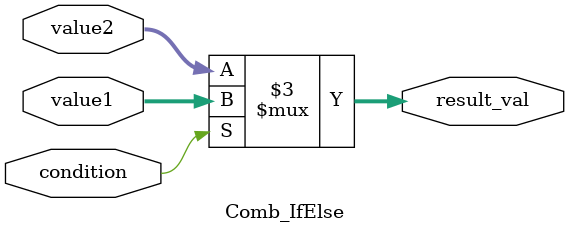
<source format=sv>
module Comb_IfElse (
    input wire [15:0] value2,
    output reg [15:0] result_val,
    input wire condition,
    input wire [15:0] value1
);
    always_comb begin
        if (condition) begin
            result_val = value1;
        end else begin
            result_val = value2;
        end
    end
endmodule


</source>
